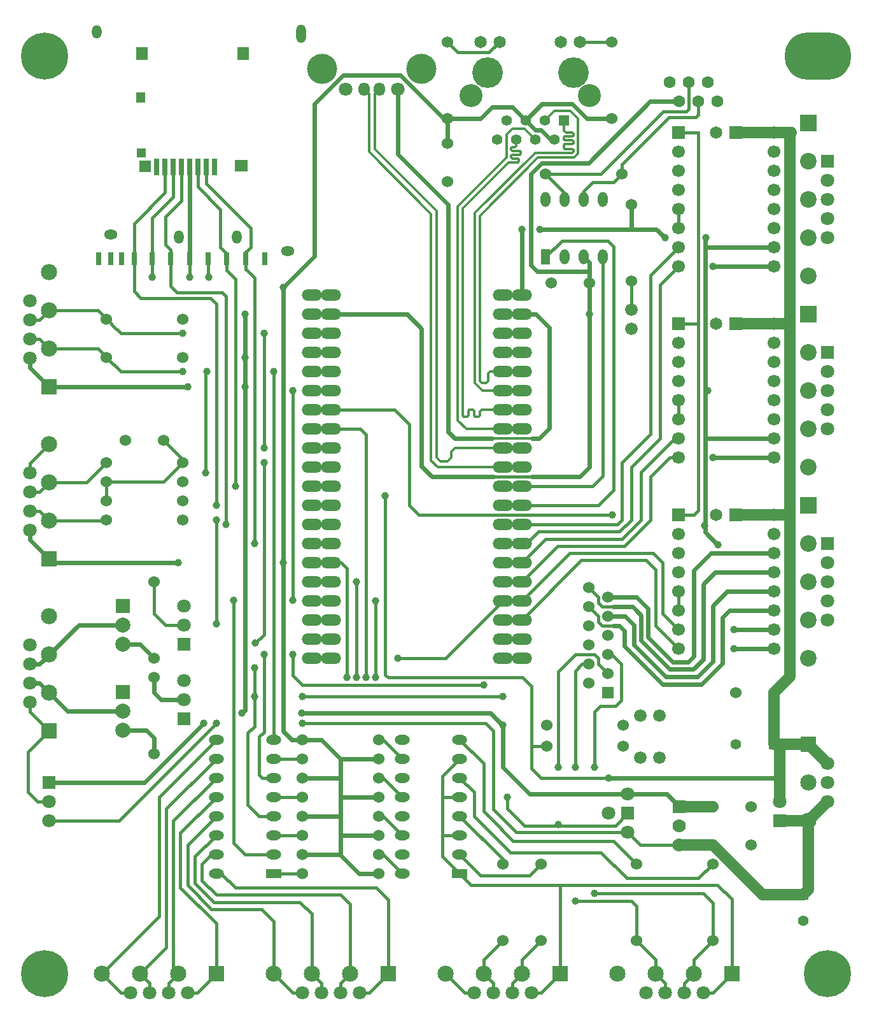
<source format=gtl>
G04 (created by PCBNEW-RS274X (2012-01-19 BZR 3256)-stable) date Sun 31 Aug 2014 14:00:24 CEST*
G01*
G70*
G90*
%MOIN*%
G04 Gerber Fmt 3.4, Leading zero omitted, Abs format*
%FSLAX34Y34*%
G04 APERTURE LIST*
%ADD10C,0.006000*%
%ADD11R,0.055000X0.055000*%
%ADD12C,0.055000*%
%ADD13R,0.051200X0.078700*%
%ADD14O,0.051200X0.078700*%
%ADD15C,0.070000*%
%ADD16R,0.070000X0.070000*%
%ADD17R,0.078700X0.051200*%
%ADD18O,0.078700X0.051200*%
%ADD19O,0.106300X0.059100*%
%ADD20C,0.160000*%
%ADD21C,0.120000*%
%ADD22C,0.065000*%
%ADD23C,0.060000*%
%ADD24C,0.066000*%
%ADD25C,0.078700*%
%ADD26R,0.074800X0.074800*%
%ADD27O,0.059100X0.070900*%
%ADD28C,0.070900*%
%ADD29C,0.157500*%
%ADD30R,0.065000X0.065000*%
%ADD31R,0.070900X0.070900*%
%ADD32C,0.063000*%
%ADD33R,0.060000X0.060000*%
%ADD34O,0.350400X0.246100*%
%ADD35C,0.246100*%
%ADD36R,0.084600X0.084600*%
%ADD37C,0.084600*%
%ADD38R,0.086600X0.086600*%
%ADD39C,0.086600*%
%ADD40R,0.066900X0.066900*%
%ADD41C,0.066900*%
%ADD42R,0.027600X0.068900*%
%ADD43O,0.070400X0.050900*%
%ADD44O,0.050900X0.070400*%
%ADD45O,0.050900X0.097800*%
%ADD46R,0.059100X0.066900*%
%ADD47R,0.031500X0.089700*%
%ADD48R,0.050800X0.051200*%
%ADD49R,0.050800X0.055100*%
%ADD50R,0.066900X0.059100*%
%ADD51R,0.063000X0.059100*%
%ADD52C,0.039400*%
%ADD53C,0.024000*%
%ADD54C,0.016000*%
%ADD55C,0.012000*%
%ADD56C,0.060000*%
G04 APERTURE END LIST*
G54D10*
G54D11*
X52200Y-52000D03*
G54D12*
X50231Y-52000D03*
G54D13*
X40250Y-26500D03*
G54D14*
X41250Y-26500D03*
X42250Y-26500D03*
X43250Y-26500D03*
X43250Y-23500D03*
X42250Y-23500D03*
X41250Y-23500D03*
X40250Y-23500D03*
G54D15*
X47250Y-57250D03*
X47250Y-56250D03*
G54D16*
X47250Y-55250D03*
G54D17*
X26000Y-58750D03*
G54D18*
X26000Y-57750D03*
X26000Y-56750D03*
X26000Y-55750D03*
X26000Y-54750D03*
X26000Y-53750D03*
X26000Y-52750D03*
X26000Y-51750D03*
X23000Y-51750D03*
X23000Y-52750D03*
X23000Y-53750D03*
X23000Y-54750D03*
X23000Y-55750D03*
X23000Y-56750D03*
X23000Y-57750D03*
X23000Y-58750D03*
G54D17*
X35750Y-58750D03*
G54D18*
X35750Y-57750D03*
X35750Y-56750D03*
X35750Y-55750D03*
X35750Y-54750D03*
X35750Y-53750D03*
X35750Y-52750D03*
X35750Y-51750D03*
X32750Y-51750D03*
X32750Y-52750D03*
X32750Y-53750D03*
X32750Y-54750D03*
X32750Y-55750D03*
X32750Y-56750D03*
X32750Y-57750D03*
X32750Y-58750D03*
G54D19*
X39000Y-28500D03*
X39000Y-29500D03*
X39000Y-30500D03*
X39000Y-31500D03*
X39000Y-32500D03*
X39000Y-33500D03*
X39000Y-34500D03*
X39000Y-35500D03*
X39000Y-36500D03*
X39000Y-37500D03*
X39000Y-38500D03*
X39000Y-39500D03*
X39000Y-40500D03*
X39000Y-41500D03*
X39000Y-42500D03*
X39000Y-43500D03*
X39000Y-44500D03*
X39000Y-45500D03*
X39000Y-46500D03*
X39000Y-47500D03*
X28000Y-47500D03*
X28000Y-46500D03*
X28000Y-45500D03*
X28000Y-44500D03*
X28000Y-43500D03*
X28000Y-42500D03*
X28000Y-41500D03*
X28000Y-40500D03*
X28000Y-39500D03*
X28000Y-38500D03*
X28000Y-37500D03*
X28000Y-36500D03*
X28000Y-35500D03*
X28000Y-34500D03*
X28000Y-33500D03*
X28000Y-32500D03*
X28000Y-31500D03*
X28000Y-30500D03*
X28000Y-29500D03*
X28000Y-28500D03*
X29000Y-28500D03*
X29000Y-29500D03*
X29000Y-30500D03*
X29000Y-31500D03*
X29000Y-32500D03*
X29000Y-33500D03*
X29000Y-34500D03*
X29000Y-35500D03*
X29000Y-36500D03*
X29000Y-37500D03*
X29000Y-38500D03*
X29000Y-39500D03*
X29000Y-40500D03*
X29000Y-41500D03*
X29000Y-42500D03*
X29000Y-43500D03*
X29000Y-44500D03*
X29000Y-45500D03*
X29000Y-46500D03*
X29000Y-47500D03*
X38000Y-47500D03*
X38000Y-46500D03*
X38000Y-45500D03*
X38000Y-44500D03*
X38000Y-43500D03*
X38000Y-42500D03*
X38000Y-41500D03*
X38000Y-40500D03*
X38000Y-39500D03*
X38000Y-38500D03*
X38000Y-37500D03*
X38000Y-36500D03*
X38000Y-35500D03*
X38000Y-34500D03*
X38000Y-33500D03*
X38000Y-32500D03*
X38000Y-31500D03*
X38000Y-30500D03*
X38000Y-29500D03*
X38000Y-28500D03*
G54D20*
X37200Y-16850D03*
X41700Y-16850D03*
G54D11*
X41200Y-19350D03*
G54D12*
X40700Y-20350D03*
X40200Y-19350D03*
X39700Y-20350D03*
X39200Y-19350D03*
X38700Y-20350D03*
X38200Y-19350D03*
X37700Y-20350D03*
G54D21*
X42550Y-18050D03*
X36350Y-18050D03*
G54D22*
X42050Y-15250D03*
X41060Y-15250D03*
X37840Y-15250D03*
X36850Y-15250D03*
G54D23*
X50200Y-49300D03*
X52200Y-49300D03*
X20250Y-36100D03*
X18250Y-36100D03*
X35100Y-22550D03*
X35100Y-20550D03*
X51000Y-57250D03*
X49000Y-57250D03*
X51000Y-55250D03*
X49000Y-55250D03*
G54D24*
X44750Y-29250D03*
X44750Y-30250D03*
X45200Y-50500D03*
X46200Y-50500D03*
G54D11*
X53750Y-59850D03*
G54D12*
X53750Y-61228D03*
G54D25*
X18100Y-51250D03*
X18100Y-50250D03*
G54D26*
X18100Y-49250D03*
G54D25*
X18100Y-46750D03*
X18100Y-45750D03*
G54D26*
X18100Y-44750D03*
G54D27*
X30755Y-17720D03*
X31545Y-17720D03*
G54D28*
X29775Y-17720D03*
G54D29*
X28565Y-16650D03*
X33735Y-16650D03*
G54D28*
X32525Y-17720D03*
G54D24*
X45200Y-52700D03*
X46200Y-52700D03*
G54D30*
X50212Y-40000D03*
G54D22*
X49188Y-40000D03*
G54D30*
X50212Y-30000D03*
G54D22*
X49188Y-30000D03*
G54D30*
X50212Y-20000D03*
G54D22*
X49188Y-20000D03*
G54D31*
X14250Y-54000D03*
G54D28*
X14250Y-55000D03*
X14250Y-56000D03*
G54D31*
X21300Y-50650D03*
G54D28*
X21300Y-49650D03*
X21300Y-48650D03*
G54D31*
X21300Y-46750D03*
G54D28*
X21300Y-45750D03*
X21300Y-44750D03*
G54D32*
X47750Y-17375D03*
X48750Y-17375D03*
X46750Y-17375D03*
X49250Y-18375D03*
X48250Y-18375D03*
X47250Y-18375D03*
G54D23*
X45000Y-58250D03*
X45000Y-62250D03*
X27500Y-58750D03*
X31500Y-58750D03*
X27500Y-56750D03*
X31500Y-56750D03*
X40300Y-51000D03*
X44300Y-51000D03*
X49000Y-58250D03*
X49000Y-62250D03*
X27500Y-54750D03*
X31500Y-54750D03*
X27500Y-52750D03*
X31500Y-52750D03*
X27500Y-55750D03*
X31500Y-55750D03*
X27500Y-53750D03*
X31500Y-53750D03*
X27500Y-51750D03*
X31500Y-51750D03*
X19750Y-43500D03*
X19750Y-47500D03*
X19750Y-48500D03*
X19750Y-52500D03*
X21250Y-39250D03*
X17250Y-39250D03*
X17250Y-29750D03*
X21250Y-29750D03*
X44300Y-52100D03*
X40300Y-52100D03*
X44750Y-27750D03*
X44750Y-23750D03*
X35100Y-19250D03*
X35100Y-15250D03*
X43700Y-19250D03*
X43700Y-15250D03*
X44250Y-22150D03*
X40250Y-22150D03*
X27500Y-57750D03*
X31500Y-57750D03*
X40000Y-58250D03*
X40000Y-62250D03*
X38000Y-58250D03*
X38000Y-62250D03*
X21250Y-40250D03*
X17250Y-40250D03*
X21250Y-37250D03*
X17250Y-37250D03*
X17250Y-38250D03*
X21250Y-38250D03*
X17250Y-31750D03*
X21250Y-31750D03*
G54D33*
X43500Y-49300D03*
G54D23*
X42500Y-48800D03*
X43500Y-48300D03*
X42500Y-47800D03*
X43500Y-47300D03*
X42500Y-46800D03*
X43500Y-46300D03*
X42500Y-45800D03*
X43500Y-45300D03*
X42500Y-44800D03*
X43500Y-44300D03*
X42500Y-43800D03*
G54D34*
X54500Y-16000D03*
G54D35*
X55000Y-64000D03*
X14000Y-64000D03*
X14000Y-16000D03*
G54D36*
X23000Y-64000D03*
G54D37*
X21000Y-64000D03*
X19000Y-64000D03*
X17000Y-64000D03*
G54D28*
X21500Y-65000D03*
X20500Y-65000D03*
X19500Y-65000D03*
X18500Y-65000D03*
G54D36*
X14250Y-33300D03*
G54D37*
X14250Y-31300D03*
X14250Y-29300D03*
X14250Y-27300D03*
G54D28*
X13250Y-31800D03*
X13250Y-30800D03*
X13250Y-29800D03*
X13250Y-28800D03*
G54D36*
X32000Y-64000D03*
G54D37*
X30000Y-64000D03*
X28000Y-64000D03*
X26000Y-64000D03*
G54D28*
X30500Y-65000D03*
X29500Y-65000D03*
X28500Y-65000D03*
X27500Y-65000D03*
G54D36*
X50000Y-64000D03*
G54D37*
X48000Y-64000D03*
X46000Y-64000D03*
X44000Y-64000D03*
G54D28*
X48500Y-65000D03*
X47500Y-65000D03*
X46500Y-65000D03*
X45500Y-65000D03*
G54D36*
X41000Y-64000D03*
G54D37*
X39000Y-64000D03*
X37000Y-64000D03*
X35000Y-64000D03*
G54D28*
X39500Y-65000D03*
X38500Y-65000D03*
X37500Y-65000D03*
X36500Y-65000D03*
G54D36*
X14250Y-51300D03*
G54D37*
X14250Y-49300D03*
X14250Y-47300D03*
X14250Y-45300D03*
G54D28*
X13250Y-49800D03*
X13250Y-48800D03*
X13250Y-47800D03*
X13250Y-46800D03*
G54D36*
X14250Y-42300D03*
G54D37*
X14250Y-40300D03*
X14250Y-38300D03*
X14250Y-36300D03*
G54D28*
X13250Y-40800D03*
X13250Y-39800D03*
X13250Y-38800D03*
X13250Y-37800D03*
G54D31*
X52500Y-56000D03*
G54D28*
X52500Y-55000D03*
G54D38*
X54000Y-29500D03*
G54D39*
X54000Y-31500D03*
X54000Y-33500D03*
X54000Y-35500D03*
G54D31*
X55000Y-31500D03*
G54D28*
X55000Y-32500D03*
X55000Y-33500D03*
X55000Y-34500D03*
G54D39*
X54000Y-37500D03*
G54D28*
X55000Y-35500D03*
G54D38*
X54000Y-19500D03*
G54D39*
X54000Y-21500D03*
X54000Y-23500D03*
X54000Y-25500D03*
G54D31*
X55000Y-21500D03*
G54D28*
X55000Y-22500D03*
X55000Y-23500D03*
X55000Y-24500D03*
G54D39*
X54000Y-27500D03*
G54D28*
X55000Y-25500D03*
G54D38*
X54000Y-39500D03*
G54D39*
X54000Y-41500D03*
X54000Y-43500D03*
X54000Y-45500D03*
G54D31*
X55000Y-41500D03*
G54D28*
X55000Y-42500D03*
X55000Y-43500D03*
X55000Y-44500D03*
G54D39*
X54000Y-47500D03*
G54D28*
X55000Y-45500D03*
G54D23*
X40550Y-27850D03*
X42550Y-27850D03*
G54D36*
X54000Y-52000D03*
G54D37*
X54000Y-54000D03*
G54D28*
X55000Y-53000D03*
X55000Y-54000D03*
X55000Y-55000D03*
G54D37*
X54000Y-56000D03*
G54D31*
X44550Y-55600D03*
G54D28*
X44550Y-54600D03*
X44550Y-56600D03*
X43550Y-55600D03*
G54D40*
X47200Y-30000D03*
G54D41*
X47200Y-31000D03*
X47200Y-32000D03*
X47200Y-33000D03*
X47200Y-34000D03*
X47200Y-35000D03*
X47200Y-36000D03*
X47200Y-37000D03*
X52200Y-37000D03*
X52200Y-36000D03*
X52200Y-35000D03*
X52200Y-34000D03*
X52200Y-33000D03*
X52200Y-32000D03*
X52200Y-31000D03*
X52200Y-30000D03*
G54D40*
X47200Y-20000D03*
G54D41*
X47200Y-21000D03*
X47200Y-22000D03*
X47200Y-23000D03*
X47200Y-24000D03*
X47200Y-25000D03*
X47200Y-26000D03*
X47200Y-27000D03*
X52200Y-27000D03*
X52200Y-26000D03*
X52200Y-25000D03*
X52200Y-24000D03*
X52200Y-23000D03*
X52200Y-22000D03*
X52200Y-21000D03*
X52200Y-20000D03*
G54D40*
X47200Y-40000D03*
G54D41*
X47200Y-41000D03*
X47200Y-42000D03*
X47200Y-43000D03*
X47200Y-44000D03*
X47200Y-45000D03*
X47200Y-46000D03*
X47200Y-47000D03*
X52200Y-47000D03*
X52200Y-46000D03*
X52200Y-45000D03*
X52200Y-44000D03*
X52200Y-43000D03*
X52200Y-42000D03*
X52200Y-41000D03*
X52200Y-40000D03*
G54D42*
X24542Y-26601D03*
X23563Y-26601D03*
X22585Y-26601D03*
X21607Y-26601D03*
X20630Y-26601D03*
X19651Y-26601D03*
X18702Y-26601D03*
X18037Y-26601D03*
X25557Y-26601D03*
X17470Y-26601D03*
X16844Y-26601D03*
G54D43*
X26750Y-26182D03*
G54D44*
X24077Y-25465D03*
X21057Y-25465D03*
X16762Y-14717D03*
G54D43*
X17467Y-25323D03*
G54D45*
X27435Y-14820D03*
G54D46*
X19111Y-15868D03*
G54D47*
X22910Y-21797D03*
X22477Y-21797D03*
X22044Y-21797D03*
X21611Y-21797D03*
X21178Y-21797D03*
X20745Y-21797D03*
X20312Y-21797D03*
X19878Y-21797D03*
G54D48*
X19069Y-21064D03*
G54D49*
X19058Y-18151D03*
G54D46*
X24426Y-15868D03*
G54D50*
X24308Y-21714D03*
G54D51*
X19286Y-21753D03*
G54D52*
X21600Y-27550D03*
X21000Y-42500D03*
X50100Y-46000D03*
X39000Y-25050D03*
X26500Y-28100D03*
X48750Y-33500D03*
X49275Y-41575D03*
X26500Y-42500D03*
X39950Y-25050D03*
X46500Y-25500D03*
X48650Y-25500D03*
X48575Y-40550D03*
X22350Y-50900D03*
X38000Y-51000D03*
X24500Y-33300D03*
X21500Y-33300D03*
X27475Y-50375D03*
X24500Y-29500D03*
X24500Y-31750D03*
X24350Y-50375D03*
X42550Y-29500D03*
X43750Y-40000D03*
X27000Y-44450D03*
X27000Y-33500D03*
X23900Y-44450D03*
X25000Y-49500D03*
X38000Y-49500D03*
X27500Y-49500D03*
X25000Y-48000D03*
X26000Y-32500D03*
X25500Y-47300D03*
X27000Y-47300D03*
X37000Y-48900D03*
X22450Y-37800D03*
X22500Y-32500D03*
X21250Y-32500D03*
X25500Y-30500D03*
X25500Y-36500D03*
X21250Y-30500D03*
X38250Y-54750D03*
X40900Y-56200D03*
X40900Y-53200D03*
X42800Y-59800D03*
X42800Y-53200D03*
X30850Y-48500D03*
X32500Y-47500D03*
X41800Y-60200D03*
X41800Y-53200D03*
X31350Y-44500D03*
X31350Y-48500D03*
X29850Y-48500D03*
X30350Y-43500D03*
X30350Y-48500D03*
X22600Y-27550D03*
X19650Y-27550D03*
X49025Y-27000D03*
X49025Y-37000D03*
X50100Y-47000D03*
X25050Y-46700D03*
X25500Y-37250D03*
X23000Y-45700D03*
X23000Y-40250D03*
X23000Y-39500D03*
X25000Y-41500D03*
X24000Y-38500D03*
X23500Y-40500D03*
X23000Y-50900D03*
X27500Y-50900D03*
X31850Y-39000D03*
X43550Y-53750D03*
G54D53*
X48600Y-33500D02*
X48600Y-36000D01*
X52200Y-36000D02*
X48600Y-36000D01*
X29500Y-55750D02*
X29500Y-54750D01*
X48600Y-36000D02*
X48600Y-40550D01*
X37550Y-18650D02*
X37450Y-18650D01*
X37450Y-18650D02*
X36850Y-19250D01*
X38500Y-18650D02*
X37550Y-18650D01*
X36850Y-19250D02*
X35100Y-19250D01*
X39200Y-19350D02*
X38500Y-18650D01*
X31500Y-52750D02*
X29500Y-52750D01*
X43700Y-19250D02*
X42400Y-19250D01*
X42400Y-19250D02*
X41650Y-18500D01*
X41650Y-18500D02*
X40050Y-18500D01*
X21000Y-42500D02*
X14450Y-42500D01*
X52200Y-46000D02*
X50100Y-46000D01*
X29500Y-52750D02*
X28500Y-51750D01*
X28500Y-51750D02*
X27500Y-51750D01*
X29475Y-57750D02*
X30475Y-58750D01*
X30475Y-58750D02*
X31500Y-58750D01*
X21611Y-21797D02*
X21611Y-26597D01*
G54D54*
X21611Y-26597D02*
X21607Y-26601D01*
G54D53*
X26500Y-51300D02*
X26950Y-51750D01*
X26500Y-42500D02*
X26500Y-51300D01*
X26950Y-51750D02*
X27500Y-51750D01*
X32650Y-17000D02*
X29650Y-17000D01*
X29650Y-17000D02*
X28150Y-18500D01*
X34900Y-19250D02*
X32650Y-17000D01*
X28150Y-18500D02*
X28150Y-26450D01*
X28150Y-26450D02*
X27100Y-27500D01*
X48600Y-40900D02*
X48700Y-41000D01*
X26500Y-28100D02*
X26500Y-42500D01*
X27100Y-27500D02*
X26500Y-28100D01*
X35100Y-19250D02*
X34900Y-19250D01*
G54D54*
X29500Y-57750D02*
X29475Y-57750D01*
G54D53*
X29475Y-57750D02*
X27500Y-57750D01*
G54D54*
X21587Y-27537D02*
X21600Y-27550D01*
G54D53*
X44750Y-24700D02*
X44750Y-25050D01*
G54D54*
X14450Y-42500D02*
X14250Y-42300D01*
G54D53*
X40050Y-18500D02*
X39200Y-19350D01*
X29500Y-54750D02*
X29500Y-53750D01*
X46050Y-25050D02*
X44750Y-25050D01*
X52200Y-26000D02*
X50300Y-26000D01*
X48600Y-26000D02*
X48600Y-28300D01*
X48600Y-28300D02*
X48600Y-28450D01*
X48600Y-28450D02*
X48600Y-28550D01*
X48600Y-40550D02*
X48600Y-40900D01*
G54D54*
X29375Y-55750D02*
X29500Y-55750D01*
G54D53*
X29500Y-56750D02*
X29500Y-55750D01*
G54D55*
X48750Y-33500D02*
X48600Y-33500D01*
G54D53*
X48600Y-28550D02*
X48600Y-28600D01*
X48600Y-26000D02*
X48600Y-25550D01*
G54D54*
X21607Y-26601D02*
X21607Y-27543D01*
G54D53*
X48600Y-29150D02*
X48600Y-33500D01*
G54D54*
X21607Y-27543D02*
X21600Y-27550D01*
G54D53*
X29500Y-57750D02*
X29500Y-56750D01*
X39700Y-19850D02*
X39200Y-19350D01*
G54D55*
X48575Y-40550D02*
X48600Y-40550D01*
G54D53*
X49275Y-41575D02*
X49025Y-41325D01*
X44750Y-24700D02*
X44750Y-23750D01*
X40000Y-19850D02*
X39700Y-19850D01*
X13250Y-41300D02*
X14250Y-42300D01*
X50100Y-26000D02*
X48600Y-26000D01*
X48700Y-41000D02*
X49025Y-41325D01*
X48600Y-28600D02*
X48600Y-29150D01*
X50100Y-26000D02*
X50300Y-26000D01*
X39950Y-25050D02*
X44400Y-25050D01*
G54D54*
X48600Y-25550D02*
X48650Y-25500D01*
G54D53*
X39000Y-28500D02*
X39000Y-25050D01*
X13250Y-40800D02*
X13250Y-41300D01*
X27500Y-55750D02*
X29375Y-55750D01*
X40500Y-20350D02*
X40000Y-19850D01*
X46050Y-25050D02*
X46500Y-25500D01*
X29500Y-53750D02*
X29500Y-52750D01*
X44750Y-25050D02*
X44400Y-25050D01*
G54D54*
X38000Y-28500D02*
X39000Y-28500D01*
G54D53*
X35100Y-20550D02*
X35100Y-19250D01*
G54D54*
X40700Y-20350D02*
X40500Y-20350D01*
G54D53*
X31500Y-54750D02*
X29500Y-54750D01*
X27500Y-53750D02*
X29500Y-53750D01*
X31500Y-56750D02*
X29500Y-56750D01*
X14250Y-54000D02*
X18600Y-54000D01*
X19250Y-54000D02*
X18600Y-54000D01*
X22350Y-50900D02*
X19250Y-54000D01*
X24500Y-50225D02*
X24350Y-50375D01*
X24500Y-49900D02*
X24500Y-49875D01*
X42500Y-21600D02*
X40650Y-21600D01*
X47250Y-18375D02*
X45725Y-18375D01*
X39475Y-22175D02*
X39475Y-26925D01*
X40400Y-38000D02*
X42050Y-38000D01*
X42050Y-38000D02*
X42550Y-37500D01*
X42550Y-37500D02*
X42550Y-31150D01*
X37625Y-50625D02*
X37375Y-50375D01*
X37625Y-50625D02*
X38000Y-51000D01*
X39550Y-38000D02*
X40400Y-38000D01*
X24500Y-33300D02*
X24500Y-33750D01*
X24500Y-31750D02*
X24500Y-33300D01*
X42550Y-26800D02*
X42250Y-26500D01*
X40050Y-21600D02*
X39475Y-22175D01*
X24500Y-33750D02*
X24500Y-48100D01*
X24500Y-48100D02*
X24500Y-49950D01*
X38000Y-51000D02*
X38000Y-52000D01*
X33750Y-37450D02*
X34300Y-38000D01*
X42550Y-27250D02*
X42550Y-26800D01*
X33750Y-30250D02*
X33750Y-37450D01*
X42550Y-31150D02*
X42550Y-29500D01*
G54D54*
X38000Y-51925D02*
X38000Y-51925D01*
G54D53*
X38000Y-53200D02*
X38000Y-52100D01*
X14250Y-33300D02*
X21500Y-33300D01*
X42550Y-27850D02*
X42550Y-27250D01*
X24500Y-49950D02*
X24500Y-49900D01*
X37375Y-50375D02*
X27475Y-50375D01*
X13250Y-31800D02*
X13250Y-32300D01*
X13250Y-32300D02*
X14250Y-33300D01*
X42550Y-27250D02*
X39800Y-27250D01*
X39800Y-27250D02*
X39600Y-27050D01*
X43400Y-54600D02*
X44550Y-54600D01*
X47250Y-55250D02*
X46600Y-54600D01*
X46600Y-54600D02*
X43400Y-54600D01*
X43400Y-54600D02*
X39400Y-54600D01*
X39400Y-54600D02*
X38000Y-53200D01*
X38000Y-53200D02*
X38000Y-51000D01*
X38000Y-53200D02*
X39400Y-54600D01*
G54D54*
X39550Y-38000D02*
X37500Y-38000D01*
G54D53*
X38000Y-52000D02*
X38000Y-51925D01*
X34300Y-38000D02*
X37500Y-38000D01*
X33000Y-29500D02*
X33750Y-30250D01*
X29000Y-29500D02*
X33000Y-29500D01*
X38000Y-51925D02*
X38000Y-52100D01*
X24500Y-29500D02*
X24500Y-31750D01*
X42550Y-26800D02*
X42250Y-26500D01*
X24500Y-49875D02*
X24500Y-50225D01*
G54D56*
X49000Y-55250D02*
X47250Y-55250D01*
G54D53*
X42550Y-27550D02*
X42550Y-26800D01*
X39475Y-26925D02*
X39600Y-27050D01*
X42550Y-29500D02*
X42550Y-27550D01*
X45725Y-18375D02*
X42500Y-21600D01*
G54D54*
X40100Y-21600D02*
X40050Y-21600D01*
G54D53*
X40650Y-21600D02*
X40100Y-21600D01*
X39550Y-36000D02*
X39900Y-36000D01*
X39900Y-36000D02*
X40450Y-35450D01*
X40450Y-35450D02*
X40450Y-30200D01*
X40450Y-30200D02*
X39750Y-29500D01*
X39750Y-29500D02*
X39000Y-29500D01*
X37150Y-36000D02*
X37450Y-36000D01*
X32525Y-17720D02*
X32525Y-21125D01*
X35500Y-36000D02*
X37150Y-36000D01*
X35150Y-35650D02*
X35500Y-36000D01*
X35150Y-23750D02*
X35150Y-35650D01*
G54D55*
X39750Y-29500D02*
X39000Y-29500D01*
X40450Y-30200D02*
X39750Y-29500D01*
X40450Y-35450D02*
X40450Y-30200D01*
G54D53*
X32525Y-21125D02*
X35150Y-23750D01*
G54D55*
X37450Y-36000D02*
X39550Y-36000D01*
X39900Y-36000D02*
X40450Y-35450D01*
G54D54*
X41250Y-23150D02*
X40250Y-22150D01*
X40250Y-22150D02*
X43150Y-22150D01*
X47750Y-18750D02*
X47750Y-17375D01*
X47600Y-18900D02*
X47750Y-18750D01*
X46400Y-18900D02*
X47600Y-18900D01*
X43150Y-22150D02*
X46400Y-18900D01*
X41250Y-23500D02*
X41250Y-23150D01*
X48100Y-19200D02*
X48250Y-19050D01*
X42250Y-23500D02*
X42250Y-23050D01*
X44300Y-21600D02*
X46700Y-19200D01*
X43800Y-22600D02*
X44250Y-22150D01*
X48250Y-19050D02*
X48250Y-18375D01*
X46700Y-19200D02*
X47350Y-19200D01*
X42700Y-22600D02*
X43800Y-22600D01*
X44250Y-22150D02*
X44250Y-21650D01*
X47350Y-19200D02*
X48100Y-19200D01*
X42250Y-23050D02*
X42700Y-22600D01*
X44250Y-21650D02*
X44300Y-21600D01*
G54D55*
X38000Y-38500D02*
X39000Y-38500D01*
G54D54*
X43250Y-37950D02*
X42700Y-38500D01*
X43250Y-26500D02*
X43250Y-37950D01*
X42700Y-38500D02*
X39000Y-38500D01*
X43800Y-38700D02*
X43000Y-39500D01*
X40250Y-26500D02*
X41100Y-25650D01*
X43000Y-39500D02*
X39000Y-39500D01*
X39000Y-39500D02*
X38000Y-39500D01*
X43800Y-25950D02*
X43800Y-38700D01*
X41100Y-25650D02*
X43500Y-25650D01*
X43500Y-25650D02*
X43800Y-25950D01*
X47200Y-30000D02*
X48250Y-30000D01*
X48250Y-39750D02*
X48250Y-30000D01*
X48250Y-30000D02*
X48250Y-20000D01*
X32350Y-34500D02*
X33100Y-35250D01*
X48000Y-40000D02*
X48250Y-39750D01*
X37250Y-40000D02*
X33600Y-40000D01*
X33100Y-39500D02*
X33600Y-40000D01*
X33100Y-35250D02*
X33100Y-39500D01*
X47200Y-40000D02*
X48000Y-40000D01*
X48250Y-20000D02*
X47200Y-20000D01*
X43750Y-40000D02*
X37250Y-40000D01*
X28000Y-34500D02*
X29000Y-34500D01*
X32350Y-34500D02*
X29000Y-34500D01*
X26000Y-57750D02*
X24500Y-57750D01*
X27000Y-33500D02*
X27000Y-44450D01*
X23900Y-44750D02*
X23900Y-44450D01*
X23900Y-55500D02*
X23900Y-44750D01*
X24500Y-57750D02*
X23900Y-57150D01*
X23900Y-57150D02*
X23900Y-55500D01*
X25000Y-51050D02*
X24650Y-51400D01*
X24650Y-55150D02*
X25250Y-55750D01*
X24650Y-51400D02*
X24650Y-55150D01*
X25250Y-55750D02*
X26000Y-55750D01*
X25000Y-49500D02*
X25000Y-48650D01*
X38000Y-49500D02*
X27500Y-49500D01*
X25000Y-48000D02*
X25000Y-48650D01*
X25000Y-51050D02*
X25000Y-51050D01*
X26000Y-55750D02*
X25250Y-55750D01*
X25000Y-49950D02*
X25000Y-49500D01*
X25000Y-50550D02*
X25000Y-49950D01*
X25000Y-50550D02*
X25000Y-51050D01*
X39000Y-47500D02*
X38000Y-47500D01*
X26000Y-51750D02*
X26000Y-32500D01*
X27500Y-48900D02*
X37000Y-48900D01*
X25500Y-48050D02*
X25500Y-47300D01*
X25400Y-53750D02*
X25250Y-53600D01*
X25400Y-53750D02*
X26000Y-53750D01*
X26000Y-53750D02*
X25400Y-53750D01*
X25250Y-51600D02*
X25250Y-53600D01*
X25500Y-50700D02*
X25500Y-51350D01*
X25500Y-51350D02*
X25250Y-51600D01*
X25500Y-49600D02*
X25500Y-48050D01*
X25500Y-50700D02*
X25500Y-49600D01*
X27000Y-47300D02*
X27000Y-48400D01*
X27000Y-48400D02*
X27500Y-48900D01*
G54D55*
X38200Y-21300D02*
X35650Y-23850D01*
X38200Y-20100D02*
X38200Y-21300D01*
X38500Y-19800D02*
X38200Y-20100D01*
X39150Y-19800D02*
X38500Y-19800D01*
G54D54*
X39000Y-35500D02*
X38000Y-35500D01*
G54D55*
X35650Y-23850D02*
X35650Y-35050D01*
X35650Y-35050D02*
X36100Y-35500D01*
X36100Y-35500D02*
X38000Y-35500D01*
X39700Y-20350D02*
X39150Y-19800D01*
X38450Y-20900D02*
X38500Y-20950D01*
X36500Y-34800D02*
X36550Y-34850D01*
X36500Y-34550D02*
X36500Y-34800D01*
X36450Y-34500D02*
X36500Y-34550D01*
X36250Y-34500D02*
X36450Y-34500D01*
X36200Y-34550D02*
X36250Y-34500D01*
X38850Y-21400D02*
X38850Y-21500D01*
X38850Y-21500D02*
X38800Y-21550D01*
X38800Y-21350D02*
X38850Y-21400D01*
X38800Y-21550D02*
X38300Y-21550D01*
X38300Y-21550D02*
X35900Y-23950D01*
X35900Y-23950D02*
X35900Y-34800D01*
X35900Y-34800D02*
X35950Y-34850D01*
X35950Y-34850D02*
X36150Y-34850D01*
X36150Y-34850D02*
X36200Y-34800D01*
X36200Y-34800D02*
X36200Y-34550D01*
X38450Y-21300D02*
X38500Y-21350D01*
X38500Y-21350D02*
X38800Y-21350D01*
X38450Y-21200D02*
X38450Y-21300D01*
X38500Y-21150D02*
X38450Y-21200D01*
X38900Y-21150D02*
X38500Y-21150D01*
X38950Y-21100D02*
X38900Y-21150D01*
X38950Y-21000D02*
X38950Y-21100D01*
X38900Y-20950D02*
X38950Y-21000D01*
X38500Y-20950D02*
X38900Y-20950D01*
X38450Y-20800D02*
X38450Y-20900D01*
X38500Y-20750D02*
X38450Y-20800D01*
X36900Y-34500D02*
X38000Y-34500D01*
X38700Y-20350D02*
X38700Y-20700D01*
X36800Y-34600D02*
X36900Y-34500D01*
X36800Y-34800D02*
X36800Y-34600D01*
X36750Y-34850D02*
X36800Y-34800D01*
X36550Y-34850D02*
X36750Y-34850D01*
G54D54*
X38000Y-34500D02*
X39000Y-34500D01*
G54D55*
X38700Y-20700D02*
X38650Y-20750D01*
X38650Y-20750D02*
X38500Y-20750D01*
G54D54*
X18000Y-32500D02*
X21250Y-32500D01*
X22450Y-32550D02*
X22500Y-32500D01*
X22450Y-32550D02*
X22450Y-37800D01*
X14250Y-31300D02*
X13750Y-30800D01*
X13750Y-30800D02*
X13250Y-30800D01*
X17250Y-31750D02*
X16800Y-31300D01*
X16800Y-31300D02*
X14250Y-31300D01*
X17250Y-31750D02*
X18000Y-32500D01*
X25500Y-36500D02*
X25500Y-30500D01*
X17550Y-30050D02*
X18000Y-30500D01*
X17500Y-30000D02*
X17550Y-30050D01*
X17250Y-29750D02*
X17500Y-30000D01*
X18000Y-30500D02*
X21250Y-30500D01*
X16800Y-29300D02*
X14250Y-29300D01*
X17500Y-30000D02*
X16800Y-29300D01*
X13750Y-29800D02*
X13250Y-29800D01*
X14250Y-29300D02*
X13750Y-29800D01*
G54D55*
X41700Y-20450D02*
X41700Y-20550D01*
X41650Y-20400D02*
X41700Y-20450D01*
X41250Y-20400D02*
X41650Y-20400D01*
G54D54*
X38000Y-33500D02*
X39000Y-33500D01*
G54D55*
X41250Y-20200D02*
X41200Y-20250D01*
X41200Y-20250D02*
X41200Y-20350D01*
X41700Y-20150D02*
X41650Y-20200D01*
X41650Y-20200D02*
X41250Y-20200D01*
X41200Y-20350D02*
X41250Y-20400D01*
X41700Y-20050D02*
X41700Y-20150D01*
X41650Y-20000D02*
X41700Y-20050D01*
X41300Y-20000D02*
X41650Y-20000D01*
X41200Y-19900D02*
X41300Y-20000D01*
X41300Y-20600D02*
X41250Y-20600D01*
X41200Y-20800D02*
X41250Y-20850D01*
X41200Y-20650D02*
X41200Y-20800D01*
X41250Y-20600D02*
X41200Y-20650D01*
X41200Y-19350D02*
X41200Y-19900D01*
X36950Y-33500D02*
X39000Y-33500D01*
X39700Y-21050D02*
X36550Y-24200D01*
X36550Y-24200D02*
X36550Y-33100D01*
X41700Y-21000D02*
X41650Y-21050D01*
X41650Y-21050D02*
X39700Y-21050D01*
X36550Y-33100D02*
X36950Y-33500D01*
X41700Y-20900D02*
X41700Y-21000D01*
X41650Y-20850D02*
X41700Y-20900D01*
X41250Y-20850D02*
X41650Y-20850D01*
X41650Y-20600D02*
X41300Y-20600D01*
X41700Y-20550D02*
X41650Y-20600D01*
X36900Y-33100D02*
X36800Y-33000D01*
X36800Y-33000D02*
X36800Y-24350D01*
X36800Y-24350D02*
X39850Y-21300D01*
X39850Y-21300D02*
X41750Y-21300D01*
X41750Y-21300D02*
X41950Y-21100D01*
X41950Y-21100D02*
X41950Y-19250D01*
X41950Y-19250D02*
X41550Y-18850D01*
X41550Y-18850D02*
X40700Y-18850D01*
X40700Y-18850D02*
X40200Y-19350D01*
X39000Y-32500D02*
X37350Y-32500D01*
G54D54*
X38000Y-32500D02*
X39000Y-32500D01*
G54D55*
X37150Y-33100D02*
X36900Y-33100D01*
X37250Y-33000D02*
X37150Y-33100D01*
X37250Y-32600D02*
X37250Y-33000D01*
X37350Y-32500D02*
X37250Y-32600D01*
G54D54*
X34850Y-53650D02*
X34850Y-54750D01*
X34850Y-54750D02*
X34850Y-56750D01*
X34850Y-56750D02*
X34850Y-57850D01*
X40900Y-53200D02*
X40900Y-53200D01*
X41000Y-64000D02*
X41000Y-59350D01*
X42800Y-47300D02*
X43000Y-47500D01*
X40900Y-48200D02*
X41800Y-47300D01*
X43000Y-47500D02*
X43000Y-47800D01*
X40900Y-53200D02*
X40900Y-48200D01*
X48500Y-65000D02*
X49000Y-65000D01*
X40900Y-56250D02*
X39150Y-56250D01*
X39150Y-56250D02*
X38250Y-55350D01*
X35750Y-52750D02*
X34850Y-53650D01*
X39500Y-65000D02*
X40000Y-65000D01*
X35750Y-58750D02*
X36350Y-59350D01*
X36350Y-59350D02*
X41000Y-59350D01*
X50000Y-60100D02*
X50000Y-64000D01*
X38250Y-55350D02*
X38250Y-54750D01*
X43900Y-56250D02*
X40900Y-56250D01*
X44550Y-55600D02*
X43900Y-56250D01*
X40900Y-56200D02*
X40900Y-56250D01*
X41000Y-59350D02*
X49250Y-59350D01*
X49250Y-59350D02*
X50000Y-60100D01*
X41800Y-47300D02*
X42800Y-47300D01*
X43000Y-47800D02*
X43500Y-48300D01*
X49000Y-65000D02*
X50000Y-64000D01*
X35750Y-56750D02*
X34850Y-56750D01*
X40000Y-65000D02*
X41000Y-64000D01*
X35750Y-54750D02*
X34850Y-54750D01*
X35750Y-58750D02*
X34850Y-57850D01*
X38000Y-45500D02*
X39000Y-45500D01*
X45500Y-42375D02*
X46000Y-42875D01*
X46000Y-45800D02*
X47200Y-47000D01*
X39000Y-45500D02*
X42125Y-42375D01*
X46000Y-42875D02*
X46000Y-45800D01*
X42125Y-42375D02*
X45500Y-42375D01*
X49000Y-60300D02*
X49000Y-62250D01*
X42800Y-59800D02*
X48500Y-59800D01*
X48500Y-59800D02*
X49000Y-60300D01*
X44200Y-47800D02*
X44200Y-49700D01*
X44200Y-49700D02*
X43900Y-50000D01*
X43700Y-47300D02*
X44200Y-47800D01*
X43500Y-47300D02*
X43700Y-47300D01*
X43100Y-50000D02*
X42800Y-50300D01*
X42800Y-50300D02*
X42800Y-50900D01*
X43900Y-50000D02*
X43100Y-50000D01*
X42800Y-50900D02*
X42800Y-53200D01*
X47500Y-64500D02*
X47500Y-65000D01*
X49000Y-62250D02*
X48000Y-63250D01*
X48000Y-63250D02*
X48000Y-64000D01*
X48000Y-64000D02*
X47500Y-64500D01*
X30550Y-35500D02*
X30200Y-35500D01*
X30850Y-35800D02*
X30550Y-35500D01*
X30850Y-48500D02*
X30850Y-35800D01*
X30200Y-35500D02*
X28000Y-35500D01*
X31500Y-53750D02*
X31750Y-53750D01*
X31750Y-53750D02*
X32750Y-54750D01*
X35000Y-47500D02*
X38000Y-44500D01*
X41500Y-42000D02*
X45875Y-42000D01*
X46375Y-42500D02*
X46375Y-45175D01*
X38000Y-44500D02*
X39000Y-44500D01*
X45875Y-42000D02*
X46375Y-42500D01*
X32500Y-47500D02*
X35000Y-47500D01*
X46375Y-45175D02*
X47200Y-46000D01*
X39000Y-44500D02*
X41500Y-42000D01*
G54D53*
X46550Y-48475D02*
X48200Y-48475D01*
X52200Y-44000D02*
X49750Y-44000D01*
X49000Y-44750D02*
X49000Y-47675D01*
X49750Y-44000D02*
X49725Y-44025D01*
X49725Y-44025D02*
X49000Y-44750D01*
X44875Y-45750D02*
X44875Y-46650D01*
X44875Y-46650D02*
X44875Y-46800D01*
X48200Y-48475D02*
X49000Y-47675D01*
X44875Y-46800D02*
X46550Y-48475D01*
X44650Y-45525D02*
X44875Y-45750D01*
X44425Y-45300D02*
X43500Y-45300D01*
X44650Y-45525D02*
X44425Y-45300D01*
G54D54*
X43200Y-45800D02*
X43400Y-45800D01*
G54D53*
X44375Y-46875D02*
X46375Y-48875D01*
X44100Y-45800D02*
X43800Y-45800D01*
X44375Y-46200D02*
X44375Y-46075D01*
G54D54*
X43000Y-45500D02*
X43000Y-45600D01*
G54D53*
X44375Y-46075D02*
X44100Y-45800D01*
X52200Y-45000D02*
X49875Y-45000D01*
G54D54*
X43000Y-45300D02*
X43000Y-45500D01*
X43400Y-45800D02*
X43800Y-45800D01*
X42500Y-44800D02*
X43000Y-45300D01*
X43000Y-45600D02*
X43200Y-45800D01*
G54D53*
X46375Y-48875D02*
X48400Y-48875D01*
X48400Y-48875D02*
X49500Y-47775D01*
X49875Y-45000D02*
X49500Y-45375D01*
X49500Y-45375D02*
X49500Y-47550D01*
X49500Y-47775D02*
X49500Y-47550D01*
X44375Y-46450D02*
X44375Y-46875D01*
X44375Y-46450D02*
X44375Y-46200D01*
G54D54*
X43000Y-44500D02*
X43000Y-44300D01*
X43000Y-44600D02*
X43200Y-44800D01*
X43800Y-44800D02*
X44800Y-44800D01*
X43200Y-44800D02*
X43800Y-44800D01*
G54D53*
X45250Y-46575D02*
X45250Y-45250D01*
X47975Y-48075D02*
X46750Y-48075D01*
X48500Y-47550D02*
X48500Y-43625D01*
X48500Y-47550D02*
X47975Y-48075D01*
X52200Y-43000D02*
X49125Y-43000D01*
G54D54*
X43000Y-44500D02*
X43000Y-44600D01*
G54D53*
X45125Y-45125D02*
X45250Y-45250D01*
X45000Y-45000D02*
X45125Y-45125D01*
G54D54*
X43000Y-44300D02*
X42500Y-43800D01*
G54D53*
X44900Y-44900D02*
X45000Y-45000D01*
X48500Y-43625D02*
X49125Y-43000D01*
X46750Y-48075D02*
X45250Y-46575D01*
X45250Y-45250D02*
X45125Y-45125D01*
X45000Y-45000D02*
X45250Y-45250D01*
X44900Y-44900D02*
X44800Y-44800D01*
X44800Y-44800D02*
X43800Y-44800D01*
X47700Y-47700D02*
X48000Y-47400D01*
X48000Y-47400D02*
X48000Y-42900D01*
X48000Y-42900D02*
X48900Y-42000D01*
X46900Y-47700D02*
X47700Y-47700D01*
X45600Y-46400D02*
X46900Y-47700D01*
X45600Y-44900D02*
X45600Y-46400D01*
X48900Y-42000D02*
X52200Y-42000D01*
X43500Y-44300D02*
X45000Y-44300D01*
X45000Y-44300D02*
X45600Y-44900D01*
G54D54*
X45750Y-38500D02*
X45750Y-38450D01*
X45750Y-38500D02*
X45750Y-40000D01*
X38000Y-43500D02*
X39000Y-43500D01*
X45750Y-40000D02*
X45750Y-40250D01*
X44375Y-41625D02*
X45750Y-40250D01*
X39000Y-43500D02*
X40875Y-41625D01*
X45750Y-38450D02*
X45750Y-38500D01*
X45750Y-38450D02*
X45750Y-38000D01*
X40875Y-41625D02*
X44375Y-41625D01*
X45750Y-38000D02*
X46750Y-37000D01*
X46750Y-37000D02*
X47200Y-37000D01*
X41800Y-48150D02*
X41800Y-53200D01*
X41800Y-60200D02*
X41850Y-60200D01*
X45000Y-62250D02*
X45000Y-60450D01*
X45000Y-60450D02*
X44750Y-60200D01*
X44750Y-60200D02*
X42500Y-60200D01*
X42500Y-60200D02*
X41850Y-60200D01*
X46500Y-64500D02*
X46000Y-64000D01*
X46500Y-65000D02*
X46500Y-64500D01*
X46000Y-63250D02*
X46000Y-64000D01*
X42150Y-47800D02*
X42500Y-47800D01*
X41800Y-48150D02*
X42150Y-47800D01*
X45000Y-62250D02*
X46000Y-63250D01*
X31750Y-51750D02*
X32750Y-52750D01*
X31500Y-51750D02*
X31750Y-51750D01*
X31350Y-48500D02*
X31350Y-44500D01*
X28000Y-44500D02*
X29000Y-44500D01*
X39000Y-42500D02*
X40250Y-41250D01*
X44250Y-41250D02*
X45250Y-40250D01*
X45250Y-37750D02*
X45250Y-40250D01*
X38000Y-42500D02*
X39000Y-42500D01*
X40250Y-41250D02*
X44250Y-41250D01*
X47000Y-36000D02*
X45250Y-37750D01*
X47200Y-36000D02*
X47000Y-36000D01*
X39000Y-63250D02*
X39000Y-64000D01*
X40000Y-62250D02*
X39000Y-63250D01*
X38500Y-65000D02*
X38500Y-64500D01*
X38500Y-64500D02*
X39000Y-64000D01*
X29550Y-42500D02*
X29000Y-42500D01*
X29850Y-48500D02*
X29850Y-48500D01*
X29850Y-48500D02*
X29850Y-42800D01*
X29000Y-42500D02*
X28000Y-42500D01*
X31750Y-57750D02*
X32750Y-58750D01*
X31500Y-57750D02*
X31750Y-57750D01*
X29850Y-42800D02*
X29550Y-42500D01*
X37000Y-63250D02*
X37000Y-64000D01*
X38000Y-62250D02*
X37000Y-63250D01*
X37500Y-65000D02*
X37500Y-64500D01*
X37500Y-64500D02*
X37000Y-64000D01*
X29000Y-43500D02*
X28000Y-43500D01*
X31750Y-55750D02*
X32750Y-56750D01*
X31500Y-55750D02*
X31750Y-55750D01*
X30350Y-48500D02*
X30350Y-43500D01*
X46250Y-36000D02*
X46250Y-27950D01*
X39875Y-40875D02*
X44125Y-40875D01*
X39250Y-41500D02*
X39875Y-40875D01*
X44750Y-37500D02*
X46250Y-36000D01*
X44125Y-40875D02*
X44750Y-40250D01*
X44750Y-40250D02*
X44750Y-37500D01*
X38000Y-41500D02*
X39000Y-41500D01*
X39000Y-41500D02*
X39250Y-41500D01*
X46250Y-27950D02*
X47200Y-27000D01*
X44250Y-37250D02*
X45750Y-35750D01*
X39000Y-40500D02*
X38000Y-40500D01*
X44250Y-40250D02*
X44250Y-37250D01*
X44250Y-40250D02*
X44000Y-40500D01*
X45750Y-27450D02*
X47200Y-26000D01*
X45750Y-35750D02*
X45750Y-27450D01*
X44000Y-40500D02*
X39000Y-40500D01*
X22585Y-26601D02*
X22585Y-27535D01*
X19651Y-27549D02*
X19650Y-27550D01*
X19651Y-26601D02*
X19651Y-27549D01*
X20745Y-23355D02*
X19651Y-24449D01*
X13250Y-37300D02*
X14250Y-36300D01*
G54D53*
X49350Y-37000D02*
X49025Y-37000D01*
G54D54*
X20745Y-21797D02*
X20745Y-23355D01*
X19651Y-24449D02*
X19651Y-26601D01*
G54D53*
X52200Y-47000D02*
X50100Y-47000D01*
X52200Y-27000D02*
X49450Y-27000D01*
G54D54*
X22585Y-27535D02*
X22600Y-27550D01*
G54D53*
X52200Y-37000D02*
X49350Y-37000D01*
G54D54*
X36000Y-65000D02*
X35000Y-64000D01*
G54D53*
X49450Y-27000D02*
X49025Y-27000D01*
G54D54*
X36500Y-65000D02*
X36000Y-65000D01*
X13250Y-37800D02*
X13250Y-37300D01*
G54D55*
X38000Y-36500D02*
X35500Y-36500D01*
X35100Y-37200D02*
X34850Y-37200D01*
X34850Y-37200D02*
X34750Y-37200D01*
X31300Y-20850D02*
X31300Y-17965D01*
X34550Y-24100D02*
X31300Y-20850D01*
X34750Y-37200D02*
X34550Y-37000D01*
X35300Y-37000D02*
X35100Y-37200D01*
X34550Y-37000D02*
X34550Y-24100D01*
X31300Y-17965D02*
X31545Y-17720D01*
X35500Y-36500D02*
X35300Y-36700D01*
G54D54*
X38000Y-36500D02*
X39000Y-36500D01*
G54D55*
X35300Y-36700D02*
X35300Y-37000D01*
G54D53*
X18100Y-50250D02*
X16000Y-50250D01*
X14250Y-49300D02*
X13750Y-48800D01*
X13750Y-48800D02*
X13250Y-48800D01*
X16000Y-50250D02*
X15200Y-50250D01*
X15200Y-50250D02*
X14250Y-49300D01*
G54D54*
X17250Y-38250D02*
X17250Y-39250D01*
X25500Y-46250D02*
X25500Y-46200D01*
X21250Y-37100D02*
X20250Y-36100D01*
X20250Y-38250D02*
X21250Y-37250D01*
X25050Y-46700D02*
X25500Y-46250D01*
X25500Y-37250D02*
X25500Y-46200D01*
X21250Y-37250D02*
X21250Y-37100D01*
X17250Y-38250D02*
X20250Y-38250D01*
X13250Y-50300D02*
X14250Y-51300D01*
X13250Y-49800D02*
X13250Y-50300D01*
X14250Y-55000D02*
X13650Y-55000D01*
X13150Y-52400D02*
X14250Y-51300D01*
X13150Y-54500D02*
X13150Y-52400D01*
X13650Y-55000D02*
X13150Y-54500D01*
G54D53*
X20100Y-49650D02*
X19750Y-49300D01*
X19750Y-49300D02*
X19750Y-48500D01*
X21300Y-49650D02*
X20100Y-49650D01*
X19750Y-51650D02*
X19750Y-52500D01*
X19350Y-51250D02*
X19750Y-51650D01*
X18100Y-51250D02*
X19350Y-51250D01*
G54D54*
X19750Y-45150D02*
X19750Y-43500D01*
X21300Y-45750D02*
X20350Y-45750D01*
X20350Y-45750D02*
X19750Y-45150D01*
G54D53*
X18100Y-46750D02*
X19000Y-46750D01*
X19000Y-46750D02*
X19750Y-47500D01*
G54D54*
X23000Y-40250D02*
X23000Y-45250D01*
X23000Y-45250D02*
X23000Y-45700D01*
X39400Y-58850D02*
X39000Y-58850D01*
X39000Y-58850D02*
X38250Y-58850D01*
X36850Y-58850D02*
X35750Y-57750D01*
X40000Y-58250D02*
X39400Y-58850D01*
X38250Y-58850D02*
X37650Y-58850D01*
X37650Y-58850D02*
X36850Y-58850D01*
X38000Y-58000D02*
X38000Y-58250D01*
X35750Y-55750D02*
X38000Y-58000D01*
X48250Y-59000D02*
X49000Y-58250D01*
X41900Y-57650D02*
X43150Y-57650D01*
X36650Y-55900D02*
X36500Y-55750D01*
X36500Y-54500D02*
X35750Y-53750D01*
X43150Y-57650D02*
X44500Y-59000D01*
X41900Y-57650D02*
X38400Y-57650D01*
X44500Y-59000D02*
X48250Y-59000D01*
X36500Y-55750D02*
X36500Y-54500D01*
X36650Y-55900D02*
X38400Y-57650D01*
X37400Y-55900D02*
X38550Y-57050D01*
X37400Y-55900D02*
X37000Y-55500D01*
X42500Y-57050D02*
X38850Y-57050D01*
X37000Y-54550D02*
X37000Y-53000D01*
X37000Y-53000D02*
X35750Y-51750D01*
X43800Y-57050D02*
X42500Y-57050D01*
X37000Y-55500D02*
X37000Y-54550D01*
X45000Y-58250D02*
X43800Y-57050D01*
X38550Y-57050D02*
X38850Y-57050D01*
X18500Y-65000D02*
X18000Y-65000D01*
X20000Y-61000D02*
X17000Y-64000D01*
X20000Y-54750D02*
X20000Y-61000D01*
X18000Y-65000D02*
X17000Y-64000D01*
X23000Y-51750D02*
X20000Y-54750D01*
X20750Y-63750D02*
X21000Y-64000D01*
X20500Y-64500D02*
X21000Y-64000D01*
X20750Y-59625D02*
X20750Y-56000D01*
X20500Y-65000D02*
X20500Y-64500D01*
X20750Y-56000D02*
X23000Y-53750D01*
X20750Y-59625D02*
X20750Y-63750D01*
X23000Y-55750D02*
X21500Y-57250D01*
X22750Y-60625D02*
X25375Y-60625D01*
X26000Y-61250D02*
X26000Y-64000D01*
X25375Y-60625D02*
X26000Y-61250D01*
X27500Y-65000D02*
X27000Y-65000D01*
X21500Y-57250D02*
X21500Y-59375D01*
X27000Y-65000D02*
X26000Y-64000D01*
X21500Y-59375D02*
X22750Y-60625D01*
X26000Y-56750D02*
X27500Y-56750D01*
X27500Y-54750D02*
X26000Y-54750D01*
X26000Y-52750D02*
X27500Y-52750D01*
X23000Y-39500D02*
X23000Y-28950D01*
X18700Y-24750D02*
X18700Y-26599D01*
X20312Y-23138D02*
X18700Y-24750D01*
X18700Y-26599D02*
X18702Y-26601D01*
X18702Y-28302D02*
X19050Y-28650D01*
X23000Y-28950D02*
X22700Y-28650D01*
X20312Y-21797D02*
X20312Y-23138D01*
X18702Y-26601D02*
X18702Y-28302D01*
X22700Y-28650D02*
X19050Y-28650D01*
X24606Y-26181D02*
X24803Y-25984D01*
X24803Y-25000D02*
X24606Y-24803D01*
X24803Y-25984D02*
X24803Y-25000D01*
X22477Y-21797D02*
X22477Y-22674D01*
X24542Y-26245D02*
X24542Y-26601D01*
X24606Y-26181D02*
X24542Y-26245D01*
X22477Y-22674D02*
X24606Y-24803D01*
X24550Y-27150D02*
X24600Y-27200D01*
X24600Y-27200D02*
X24900Y-27500D01*
X25000Y-27600D02*
X24900Y-27500D01*
X25000Y-41500D02*
X25000Y-27600D01*
X24542Y-27142D02*
X24542Y-26601D01*
X24550Y-27150D02*
X24542Y-27142D01*
X23563Y-26601D02*
X23563Y-26319D01*
X23228Y-25984D02*
X23228Y-24016D01*
X23563Y-26319D02*
X23228Y-25984D01*
X22047Y-22835D02*
X22044Y-22835D01*
X23228Y-24016D02*
X22047Y-22835D01*
X22044Y-22835D02*
X22044Y-21797D01*
X23563Y-27213D02*
X23563Y-26601D01*
X24000Y-27650D02*
X24000Y-38500D01*
X23600Y-27250D02*
X23563Y-27213D01*
X23600Y-27250D02*
X24000Y-27650D01*
X20630Y-26130D02*
X20630Y-26601D01*
X20630Y-28030D02*
X20950Y-28350D01*
X23500Y-28550D02*
X23500Y-40500D01*
X20350Y-24400D02*
X20350Y-25850D01*
X20350Y-25850D02*
X20630Y-26130D01*
X20630Y-26601D02*
X20630Y-28030D01*
X21178Y-23572D02*
X20350Y-24400D01*
X21178Y-21797D02*
X21178Y-23572D01*
X23300Y-28350D02*
X23500Y-28550D01*
X22800Y-28350D02*
X23300Y-28350D01*
X22800Y-28350D02*
X20950Y-28350D01*
X47200Y-35000D02*
X47200Y-34000D01*
G54D55*
X31000Y-17965D02*
X31000Y-20950D01*
X30755Y-17720D02*
X31000Y-17965D01*
X31000Y-20950D02*
X31000Y-21000D01*
X31000Y-21000D02*
X34250Y-24250D01*
G54D54*
X39000Y-37500D02*
X38000Y-37500D01*
G54D55*
X34250Y-24250D02*
X34250Y-37150D01*
X38000Y-37500D02*
X34600Y-37500D01*
X34250Y-37150D02*
X34600Y-37500D01*
G54D54*
X14250Y-40300D02*
X17200Y-40300D01*
X13750Y-39800D02*
X14250Y-40300D01*
X17200Y-40300D02*
X17250Y-40250D01*
X13250Y-39800D02*
X13750Y-39800D01*
X14250Y-38300D02*
X16200Y-38300D01*
X16200Y-38300D02*
X17250Y-37250D01*
X13250Y-38800D02*
X13750Y-38800D01*
X13750Y-38800D02*
X14250Y-38300D01*
X22000Y-65000D02*
X23000Y-64000D01*
X21250Y-56500D02*
X21125Y-56625D01*
X21500Y-65000D02*
X22000Y-65000D01*
X21125Y-56625D02*
X21125Y-59500D01*
X23000Y-54750D02*
X21125Y-56625D01*
X21125Y-59500D02*
X23000Y-61375D01*
X21125Y-56625D02*
X21250Y-56500D01*
X23000Y-61375D02*
X23000Y-64000D01*
X19000Y-64000D02*
X20375Y-62625D01*
X20375Y-55375D02*
X23000Y-52750D01*
X20375Y-62625D02*
X20375Y-55375D01*
X19500Y-64500D02*
X19000Y-64000D01*
X19500Y-65000D02*
X19500Y-64500D01*
X24000Y-59500D02*
X31375Y-59500D01*
X31375Y-59500D02*
X32000Y-60125D01*
X23250Y-58750D02*
X24000Y-59500D01*
X23000Y-58750D02*
X23250Y-58750D01*
X32000Y-60125D02*
X32000Y-64000D01*
X31000Y-65000D02*
X32000Y-64000D01*
X30500Y-65000D02*
X31000Y-65000D01*
X30000Y-60375D02*
X30000Y-64000D01*
X23000Y-57750D02*
X22750Y-57750D01*
X29500Y-59875D02*
X30000Y-60375D01*
X29500Y-64500D02*
X30000Y-64000D01*
X23000Y-59875D02*
X29500Y-59875D01*
X22750Y-57750D02*
X22250Y-58250D01*
X29500Y-65000D02*
X29500Y-64500D01*
X22250Y-58250D02*
X22250Y-59125D01*
X22250Y-59125D02*
X23000Y-59875D01*
X28000Y-60875D02*
X27375Y-60250D01*
X28000Y-64000D02*
X28000Y-60875D01*
X21875Y-59250D02*
X21875Y-57875D01*
X21875Y-57875D02*
X23000Y-56750D01*
X28500Y-64500D02*
X28000Y-64000D01*
X28500Y-65000D02*
X28500Y-64500D01*
X27375Y-60250D02*
X22875Y-60250D01*
X22875Y-60250D02*
X21875Y-59250D01*
X26000Y-58750D02*
X27500Y-58750D01*
X44750Y-29250D02*
X44750Y-27750D01*
X44750Y-28750D02*
X44750Y-27750D01*
X35650Y-15800D02*
X35100Y-15250D01*
X37290Y-15800D02*
X35650Y-15800D01*
X37840Y-15250D02*
X37290Y-15800D01*
X43700Y-15250D02*
X42050Y-15250D01*
X47200Y-25000D02*
X47200Y-24000D01*
X47200Y-45000D02*
X47200Y-44000D01*
G54D53*
X18100Y-45750D02*
X15800Y-45750D01*
X15800Y-45750D02*
X14250Y-47300D01*
X13750Y-47800D02*
X13250Y-47800D01*
X15800Y-45750D02*
X13750Y-47800D01*
G54D54*
X37500Y-55200D02*
X37500Y-52200D01*
X23000Y-50900D02*
X23025Y-50875D01*
G54D56*
X55000Y-55000D02*
X54000Y-56000D01*
X54000Y-56000D02*
X53750Y-56000D01*
X53750Y-56000D02*
X52500Y-56000D01*
G54D54*
X37500Y-55400D02*
X37500Y-55375D01*
X37500Y-51300D02*
X37500Y-55400D01*
X22850Y-51050D02*
X23000Y-50900D01*
X37100Y-50900D02*
X37500Y-51300D01*
X27500Y-50900D02*
X37100Y-50900D01*
X37500Y-52200D02*
X37500Y-52075D01*
X44550Y-56600D02*
X38700Y-56600D01*
G54D56*
X53750Y-59850D02*
X51600Y-59850D01*
X51600Y-59850D02*
X49000Y-57250D01*
X54000Y-56000D02*
X54000Y-59600D01*
X54000Y-59600D02*
X53750Y-59850D01*
G54D54*
X38700Y-56600D02*
X37500Y-55400D01*
X37500Y-55400D02*
X37500Y-55200D01*
X47250Y-57250D02*
X45200Y-57250D01*
X45200Y-57250D02*
X44550Y-56600D01*
X17900Y-56000D02*
X22850Y-51050D01*
X37500Y-51300D02*
X37500Y-52200D01*
X14250Y-56000D02*
X17900Y-56000D01*
X37500Y-55375D02*
X37500Y-55375D01*
X37500Y-52075D02*
X37500Y-52200D01*
G54D56*
X49000Y-57250D02*
X47250Y-57250D01*
G54D54*
X37500Y-55375D02*
X37500Y-55200D01*
X39500Y-48950D02*
X39500Y-52100D01*
X39050Y-48500D02*
X39500Y-48950D01*
X32325Y-48500D02*
X39050Y-48500D01*
X32325Y-48500D02*
X32000Y-48500D01*
X39500Y-53150D02*
X39500Y-53250D01*
X39500Y-52100D02*
X39500Y-53150D01*
X39500Y-53250D02*
X39700Y-53450D01*
G54D56*
X52200Y-20000D02*
X53100Y-20000D01*
G54D54*
X31850Y-39025D02*
X31850Y-39000D01*
G54D56*
X53050Y-39150D02*
X53050Y-39900D01*
X53050Y-20050D02*
X53050Y-30000D01*
G54D54*
X31850Y-39525D02*
X31850Y-39025D01*
G54D56*
X53050Y-30000D02*
X53050Y-39150D01*
G54D54*
X32000Y-48500D02*
X31850Y-48350D01*
G54D56*
X52200Y-49300D02*
X53050Y-48450D01*
G54D54*
X40300Y-52100D02*
X39500Y-52100D01*
G54D56*
X52500Y-52000D02*
X54000Y-52000D01*
X52200Y-20000D02*
X50212Y-20000D01*
X52200Y-40000D02*
X53050Y-40000D01*
X55000Y-53000D02*
X54000Y-52000D01*
G54D54*
X40000Y-53750D02*
X39700Y-53450D01*
X43600Y-53750D02*
X40000Y-53750D01*
X43550Y-53750D02*
X43600Y-53750D01*
G54D53*
X43600Y-53750D02*
X52500Y-53750D01*
G54D54*
X31850Y-48350D02*
X31850Y-39525D01*
G54D56*
X52200Y-30000D02*
X50212Y-30000D01*
X53050Y-39900D02*
X53050Y-40000D01*
X53100Y-20000D02*
X53050Y-20050D01*
X50212Y-40000D02*
X52200Y-40000D01*
X52500Y-55000D02*
X52500Y-53750D01*
X52500Y-53750D02*
X52500Y-53550D01*
X52500Y-53550D02*
X52500Y-52000D01*
X52500Y-52000D02*
X52200Y-52000D01*
X52200Y-30000D02*
X53050Y-30000D01*
X52200Y-52000D02*
X52200Y-49300D01*
X53050Y-48450D02*
X53050Y-39150D01*
M02*

</source>
